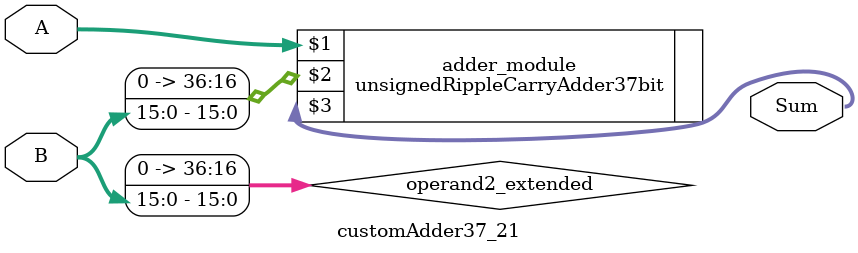
<source format=v>
module customAdder37_21(
                        input [36 : 0] A,
                        input [15 : 0] B,
                        
                        output [37 : 0] Sum
                );

        wire [36 : 0] operand2_extended;
        
        assign operand2_extended =  {21'b0, B};
        
        unsignedRippleCarryAdder37bit adder_module(
            A,
            operand2_extended,
            Sum
        );
        
        endmodule
        
</source>
